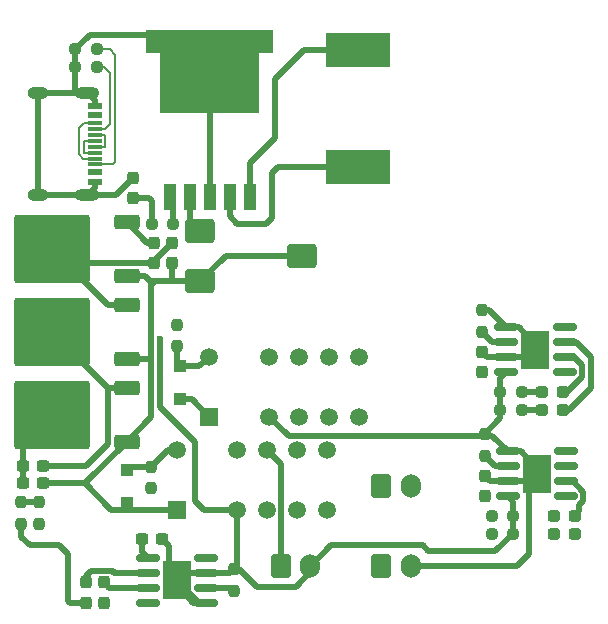
<source format=gbr>
%TF.GenerationSoftware,KiCad,Pcbnew,9.0.2*%
%TF.CreationDate,2025-10-13T00:09:24+02:00*%
%TF.ProjectId,STM32 RC AUTO,53544d33-3220-4524-9320-4155544f2e6b,rev?*%
%TF.SameCoordinates,Original*%
%TF.FileFunction,Copper,L1,Top*%
%TF.FilePolarity,Positive*%
%FSLAX46Y46*%
G04 Gerber Fmt 4.6, Leading zero omitted, Abs format (unit mm)*
G04 Created by KiCad (PCBNEW 9.0.2) date 2025-10-13 00:09:24*
%MOMM*%
%LPD*%
G01*
G04 APERTURE LIST*
G04 Aperture macros list*
%AMRoundRect*
0 Rectangle with rounded corners*
0 $1 Rounding radius*
0 $2 $3 $4 $5 $6 $7 $8 $9 X,Y pos of 4 corners*
0 Add a 4 corners polygon primitive as box body*
4,1,4,$2,$3,$4,$5,$6,$7,$8,$9,$2,$3,0*
0 Add four circle primitives for the rounded corners*
1,1,$1+$1,$2,$3*
1,1,$1+$1,$4,$5*
1,1,$1+$1,$6,$7*
1,1,$1+$1,$8,$9*
0 Add four rect primitives between the rounded corners*
20,1,$1+$1,$2,$3,$4,$5,0*
20,1,$1+$1,$4,$5,$6,$7,0*
20,1,$1+$1,$6,$7,$8,$9,0*
20,1,$1+$1,$8,$9,$2,$3,0*%
%AMFreePoly0*
4,1,21,3.228536,4.503536,3.230000,4.500000,3.230000,-6.300000,3.228536,-6.303536,3.225000,-6.305000,1.315000,-6.305000,1.311464,-6.303536,1.310000,-6.300000,1.310000,-5.070000,-3.765000,-5.070000,-3.768536,-5.068536,-3.770000,-5.065000,-3.770000,3.265000,-3.768536,3.268536,-3.765000,3.270000,1.310000,3.270000,1.310000,4.500000,1.311464,4.503536,1.315000,4.505000,3.225000,4.505000,
3.228536,4.503536,3.228536,4.503536,$1*%
G04 Aperture macros list end*
%TA.AperFunction,SMDPad,CuDef*%
%ADD10FreePoly0,90.000000*%
%TD*%
%TA.AperFunction,SMDPad,CuDef*%
%ADD11R,1.070000X2.160000*%
%TD*%
%TA.AperFunction,SMDPad,CuDef*%
%ADD12RoundRect,0.250000X-1.000000X-0.750000X1.000000X-0.750000X1.000000X0.750000X-1.000000X0.750000X0*%
%TD*%
%TA.AperFunction,SMDPad,CuDef*%
%ADD13RoundRect,0.237500X0.250000X0.237500X-0.250000X0.237500X-0.250000X-0.237500X0.250000X-0.237500X0*%
%TD*%
%TA.AperFunction,SMDPad,CuDef*%
%ADD14RoundRect,0.237500X-0.250000X-0.237500X0.250000X-0.237500X0.250000X0.237500X-0.250000X0.237500X0*%
%TD*%
%TA.AperFunction,ComponentPad*%
%ADD15RoundRect,0.250000X-0.600000X-0.750000X0.600000X-0.750000X0.600000X0.750000X-0.600000X0.750000X0*%
%TD*%
%TA.AperFunction,ComponentPad*%
%ADD16O,1.700000X2.000000*%
%TD*%
%TA.AperFunction,SMDPad,CuDef*%
%ADD17RoundRect,0.237500X-0.237500X0.287500X-0.237500X-0.287500X0.237500X-0.287500X0.237500X0.287500X0*%
%TD*%
%TA.AperFunction,SMDPad,CuDef*%
%ADD18RoundRect,0.237500X-0.237500X0.250000X-0.237500X-0.250000X0.237500X-0.250000X0.237500X0.250000X0*%
%TD*%
%TA.AperFunction,SMDPad,CuDef*%
%ADD19RoundRect,0.237500X0.237500X-0.250000X0.237500X0.250000X-0.237500X0.250000X-0.237500X-0.250000X0*%
%TD*%
%TA.AperFunction,SMDPad,CuDef*%
%ADD20RoundRect,0.250000X0.300000X-0.300000X0.300000X0.300000X-0.300000X0.300000X-0.300000X-0.300000X0*%
%TD*%
%TA.AperFunction,SMDPad,CuDef*%
%ADD21RoundRect,0.237500X0.287500X0.237500X-0.287500X0.237500X-0.287500X-0.237500X0.287500X-0.237500X0*%
%TD*%
%TA.AperFunction,SMDPad,CuDef*%
%ADD22RoundRect,0.237500X-0.237500X0.300000X-0.237500X-0.300000X0.237500X-0.300000X0.237500X0.300000X0*%
%TD*%
%TA.AperFunction,SMDPad,CuDef*%
%ADD23RoundRect,0.237500X0.300000X0.237500X-0.300000X0.237500X-0.300000X-0.237500X0.300000X-0.237500X0*%
%TD*%
%TA.AperFunction,HeatsinkPad*%
%ADD24C,0.500000*%
%TD*%
%TA.AperFunction,HeatsinkPad*%
%ADD25R,2.410000X3.300000*%
%TD*%
%TA.AperFunction,SMDPad,CuDef*%
%ADD26RoundRect,0.150000X-0.825000X-0.150000X0.825000X-0.150000X0.825000X0.150000X-0.825000X0.150000X0*%
%TD*%
%TA.AperFunction,SMDPad,CuDef*%
%ADD27RoundRect,0.150000X0.825000X0.150000X-0.825000X0.150000X-0.825000X-0.150000X0.825000X-0.150000X0*%
%TD*%
%TA.AperFunction,SMDPad,CuDef*%
%ADD28RoundRect,0.237500X-0.300000X-0.237500X0.300000X-0.237500X0.300000X0.237500X-0.300000X0.237500X0*%
%TD*%
%TA.AperFunction,ComponentPad*%
%ADD29R,1.508000X1.508000*%
%TD*%
%TA.AperFunction,ComponentPad*%
%ADD30C,1.508000*%
%TD*%
%TA.AperFunction,SMDPad,CuDef*%
%ADD31R,5.400000X2.900000*%
%TD*%
%TA.AperFunction,SMDPad,CuDef*%
%ADD32RoundRect,0.250000X0.850000X0.350000X-0.850000X0.350000X-0.850000X-0.350000X0.850000X-0.350000X0*%
%TD*%
%TA.AperFunction,SMDPad,CuDef*%
%ADD33RoundRect,0.249997X2.950003X2.650003X-2.950003X2.650003X-2.950003X-2.650003X2.950003X-2.650003X0*%
%TD*%
%TA.AperFunction,SMDPad,CuDef*%
%ADD34R,1.240000X0.600000*%
%TD*%
%TA.AperFunction,SMDPad,CuDef*%
%ADD35R,1.240000X0.300000*%
%TD*%
%TA.AperFunction,HeatsinkPad*%
%ADD36O,2.100000X1.000000*%
%TD*%
%TA.AperFunction,HeatsinkPad*%
%ADD37O,1.800000X1.000000*%
%TD*%
%TA.AperFunction,ViaPad*%
%ADD38C,0.600000*%
%TD*%
%TA.AperFunction,Conductor*%
%ADD39C,0.500000*%
%TD*%
%TA.AperFunction,Conductor*%
%ADD40C,0.200000*%
%TD*%
G04 APERTURE END LIST*
D10*
%TO.P,VR1,6,GROUND*%
%TO.N,GND*%
X67600000Y-98600000D03*
D11*
%TO.P,VR1,5,VIN*%
%TO.N,Net-(VR1-VIN)*%
X71900000Y-109545000D03*
%TO.P,VR1,4,SWITCH*%
%TO.N,Net-(D7-A)*%
X70200000Y-109545000D03*
%TO.P,VR1,3,GROUND*%
%TO.N,GND*%
X68500000Y-109545000D03*
%TO.P,VR1,2,FEEDBACK*%
%TO.N,Net-(VR1-FEEDBACK)*%
X66800000Y-109545000D03*
%TO.P,VR1,1,COMP*%
%TO.N,Net-(VR1-COMP)*%
X65100000Y-109545000D03*
%TD*%
D12*
%TO.P,RV2,3,3*%
%TO.N,Net-(VR1-FEEDBACK)*%
X67675000Y-112350000D03*
%TO.P,RV2,2,2*%
%TO.N,VCC*%
X76325000Y-114500000D03*
%TO.P,RV2,1,1*%
X67675000Y-116650000D03*
%TD*%
D13*
%TO.P,R1,2*%
%TO.N,Net-(C1-Pad2)*%
X63587500Y-111750000D03*
%TO.P,R1,1*%
%TO.N,Net-(VR1-COMP)*%
X65412500Y-111750000D03*
%TD*%
D14*
%TO.P,R10,2*%
%TO.N,Net-(D5-A)*%
X94912500Y-126000000D03*
%TO.P,R10,1*%
%TO.N,Net-(J3-Pin_2)*%
X93087500Y-126000000D03*
%TD*%
D15*
%TO.P,J4,1,Pin_1*%
%TO.N,Net-(J4-Pin_1)*%
X83000000Y-133975000D03*
D16*
%TO.P,J4,2,Pin_2*%
%TO.N,GND*%
X85500000Y-133975000D03*
%TD*%
D15*
%TO.P,J3,1,Pin_1*%
%TO.N,Net-(J3-Pin_1)*%
X83000000Y-140725000D03*
D16*
%TO.P,J3,2,Pin_2*%
%TO.N,Net-(J3-Pin_2)*%
X85500000Y-140725000D03*
%TD*%
D15*
%TO.P,J2,1,Pin_1*%
%TO.N,Net-(J2-Pin_1)*%
X74500000Y-140725000D03*
D16*
%TO.P,J2,2,Pin_2*%
%TO.N,Net-(J2-Pin_2)*%
X77000000Y-140725000D03*
%TD*%
D17*
%TO.P,D1,1,K*%
%TO.N,Net-(D1-K)*%
X59500000Y-142125000D03*
%TO.P,D1,2,A*%
%TO.N,Net-(D1-A)*%
X59500000Y-143875000D03*
%TD*%
D18*
%TO.P,R15,1*%
%TO.N,Net-(D8-A)*%
X63500000Y-132337500D03*
%TO.P,R15,2*%
%TO.N,GND*%
X63500000Y-134162500D03*
%TD*%
D19*
%TO.P,R14,1*%
%TO.N,Net-(D9-A)*%
X65750000Y-122162500D03*
%TO.P,R14,2*%
%TO.N,GND*%
X65750000Y-120337500D03*
%TD*%
%TO.P,R12,1*%
%TO.N,Net-(U8-PROG)*%
X91500000Y-120912500D03*
%TO.P,R12,2*%
%TO.N,GND*%
X91500000Y-119087500D03*
%TD*%
D14*
%TO.P,R11,1*%
%TO.N,Net-(J3-Pin_2)*%
X93087500Y-127500000D03*
%TO.P,R11,2*%
%TO.N,Net-(D6-A)*%
X94912500Y-127500000D03*
%TD*%
D19*
%TO.P,R9,1*%
%TO.N,Net-(U6-PROG)*%
X91750000Y-131412500D03*
%TO.P,R9,2*%
%TO.N,Net-(J3-Pin_2)*%
X91750000Y-129587500D03*
%TD*%
D13*
%TO.P,R8,1*%
%TO.N,Net-(J2-Pin_2)*%
X94162500Y-138000000D03*
%TO.P,R8,2*%
%TO.N,Net-(D4-A)*%
X92337500Y-138000000D03*
%TD*%
%TO.P,R7,1*%
%TO.N,Net-(J2-Pin_2)*%
X94162500Y-136500000D03*
%TO.P,R7,2*%
%TO.N,Net-(D3-A)*%
X92337500Y-136500000D03*
%TD*%
D18*
%TO.P,R6,1*%
%TO.N,Net-(U1-OUT)*%
X54000000Y-135337500D03*
%TO.P,R6,2*%
%TO.N,Net-(D1-A)*%
X54000000Y-137162500D03*
%TD*%
%TO.P,R5,1*%
%TO.N,Net-(U1-OUT)*%
X52500000Y-135337500D03*
%TO.P,R5,2*%
%TO.N,Net-(D2-A)*%
X52500000Y-137162500D03*
%TD*%
D19*
%TO.P,R4,1*%
%TO.N,Net-(U3-PROG)*%
X70500000Y-142825000D03*
%TO.P,R4,2*%
%TO.N,Net-(J2-Pin_2)*%
X70500000Y-141000000D03*
%TD*%
D20*
%TO.P,D9,1,K*%
%TO.N,VCC*%
X66000000Y-126650000D03*
%TO.P,D9,2,A*%
%TO.N,Net-(D9-A)*%
X66000000Y-123850000D03*
%TD*%
%TO.P,D8,1,K*%
%TO.N,VCC*%
X61500000Y-135400000D03*
%TO.P,D8,2,A*%
%TO.N,Net-(D8-A)*%
X61500000Y-132600000D03*
%TD*%
D21*
%TO.P,D6,1,K*%
%TO.N,Net-(D6-K)*%
X98375000Y-127500000D03*
%TO.P,D6,2,A*%
%TO.N,Net-(D6-A)*%
X96625000Y-127500000D03*
%TD*%
%TO.P,D5,1,K*%
%TO.N,Net-(D5-K)*%
X98375000Y-126000000D03*
%TO.P,D5,2,A*%
%TO.N,Net-(D5-A)*%
X96625000Y-126000000D03*
%TD*%
%TO.P,D4,1,K*%
%TO.N,Net-(D4-K)*%
X99375000Y-138000000D03*
%TO.P,D4,2,A*%
%TO.N,Net-(D4-A)*%
X97625000Y-138000000D03*
%TD*%
%TO.P,D3,1,K*%
%TO.N,Net-(D3-K)*%
X99375000Y-136500000D03*
%TO.P,D3,2,A*%
%TO.N,Net-(D3-A)*%
X97625000Y-136500000D03*
%TD*%
D17*
%TO.P,D2,1,K*%
%TO.N,Net-(D2-K)*%
X58000000Y-142125000D03*
%TO.P,D2,2,A*%
%TO.N,Net-(D2-A)*%
X58000000Y-143875000D03*
%TD*%
D22*
%TO.P,C4,1*%
%TO.N,GND*%
X91500000Y-122637500D03*
%TO.P,C4,2*%
%TO.N,Net-(J4-Pin_1)*%
X91500000Y-124362500D03*
%TD*%
%TO.P,C3,1*%
%TO.N,Net-(J3-Pin_2)*%
X91750000Y-133137500D03*
%TO.P,C3,2*%
%TO.N,Net-(J3-Pin_1)*%
X91750000Y-134862500D03*
%TD*%
D23*
%TO.P,C2,1*%
%TO.N,Net-(J2-Pin_2)*%
X64475000Y-138500000D03*
%TO.P,C2,2*%
%TO.N,Net-(J2-Pin_1)*%
X62750000Y-138500000D03*
%TD*%
D24*
%TO.P,U6,9,EPAD*%
%TO.N,Net-(J3-Pin_2)*%
X96900000Y-134150000D03*
X96900000Y-132950000D03*
X96900000Y-131750000D03*
D25*
X96200000Y-132950000D03*
D24*
X95500000Y-134150000D03*
X95500000Y-132950000D03*
X95500000Y-131750000D03*
D26*
%TO.P,U6,8,CE*%
%TO.N,Net-(J2-Pin_2)*%
X98675000Y-131045000D03*
%TO.P,U6,7,~{CHRG}*%
%TO.N,Net-(D4-K)*%
X98675000Y-132315000D03*
%TO.P,U6,6,~{STDBY}*%
%TO.N,Net-(D3-K)*%
X98675000Y-133585000D03*
%TO.P,U6,5,BAT*%
%TO.N,Net-(J3-Pin_1)*%
X98675000Y-134855000D03*
%TO.P,U6,4,V_{CC}*%
%TO.N,Net-(J2-Pin_2)*%
X93725000Y-134855000D03*
%TO.P,U6,3,GND*%
%TO.N,Net-(J3-Pin_2)*%
X93725000Y-133585000D03*
%TO.P,U6,2,PROG*%
%TO.N,Net-(U6-PROG)*%
X93725000Y-132315000D03*
%TO.P,U6,1,TEMP*%
%TO.N,Net-(J3-Pin_2)*%
X93725000Y-131045000D03*
%TD*%
D24*
%TO.P,U3,9,EPAD*%
%TO.N,Net-(J2-Pin_2)*%
X65000000Y-140750000D03*
X65000000Y-141950000D03*
X65000000Y-143150000D03*
D25*
X65700000Y-141950000D03*
D24*
X66400000Y-140750000D03*
X66400000Y-141950000D03*
X66400000Y-143150000D03*
D27*
%TO.P,U3,8,CE*%
%TO.N,Net-(U1-OUT)*%
X63225000Y-143855000D03*
%TO.P,U3,7,~{CHRG}*%
%TO.N,Net-(D1-K)*%
X63225000Y-142585000D03*
%TO.P,U3,6,~{STDBY}*%
%TO.N,Net-(D2-K)*%
X63225000Y-141315000D03*
%TO.P,U3,5,BAT*%
%TO.N,Net-(J2-Pin_1)*%
X63225000Y-140045000D03*
%TO.P,U3,4,V_{CC}*%
%TO.N,Net-(U1-OUT)*%
X68175000Y-140045000D03*
%TO.P,U3,3,GND*%
%TO.N,Net-(J2-Pin_2)*%
X68175000Y-141315000D03*
%TO.P,U3,2,PROG*%
%TO.N,Net-(U3-PROG)*%
X68175000Y-142585000D03*
%TO.P,U3,1,TEMP*%
%TO.N,Net-(J2-Pin_2)*%
X68175000Y-143855000D03*
%TD*%
D24*
%TO.P,U8,9,EPAD*%
%TO.N,GND*%
X96750000Y-123650000D03*
X96750000Y-122450000D03*
X96750000Y-121250000D03*
D25*
X96050000Y-122450000D03*
D24*
X95350000Y-123650000D03*
X95350000Y-122450000D03*
X95350000Y-121250000D03*
D26*
%TO.P,U8,8,CE*%
%TO.N,Net-(J3-Pin_2)*%
X98525000Y-120545000D03*
%TO.P,U8,7,~{CHRG}*%
%TO.N,Net-(D6-K)*%
X98525000Y-121815000D03*
%TO.P,U8,6,~{STDBY}*%
%TO.N,Net-(D5-K)*%
X98525000Y-123085000D03*
%TO.P,U8,5,BAT*%
%TO.N,Net-(J4-Pin_1)*%
X98525000Y-124355000D03*
%TO.P,U8,4,V_{CC}*%
%TO.N,Net-(J3-Pin_2)*%
X93575000Y-124355000D03*
%TO.P,U8,3,GND*%
%TO.N,GND*%
X93575000Y-123085000D03*
%TO.P,U8,2,PROG*%
%TO.N,Net-(U8-PROG)*%
X93575000Y-121815000D03*
%TO.P,U8,1,TEMP*%
%TO.N,GND*%
X93575000Y-120545000D03*
%TD*%
D22*
%TO.P,C9,1*%
%TO.N,Net-(J2-Pin_2)*%
X65250000Y-113387500D03*
%TO.P,C9,2*%
%TO.N,VCC*%
X65250000Y-115112500D03*
%TD*%
%TO.P,C8,1*%
%TO.N,Net-(U1-OUT)*%
X63750000Y-113387500D03*
%TO.P,C8,2*%
%TO.N,Net-(J2-Pin_2)*%
X63750000Y-115112500D03*
%TD*%
D23*
%TO.P,C6,1*%
%TO.N,Net-(J3-Pin_2)*%
X54362500Y-132250000D03*
%TO.P,C6,2*%
%TO.N,GND*%
X52637500Y-132250000D03*
%TD*%
D28*
%TO.P,C5,1*%
%TO.N,GND*%
X52637500Y-133750000D03*
%TO.P,C5,2*%
%TO.N,VCC*%
X54362500Y-133750000D03*
%TD*%
D29*
%TO.P,K2,1*%
%TO.N,VCC*%
X68450000Y-128090000D03*
D30*
%TO.P,K2,12*%
%TO.N,Net-(D9-A)*%
X68450000Y-123010000D03*
%TO.P,K2,10*%
%TO.N,unconnected-(K2-Pad10)*%
X73530000Y-123010000D03*
%TO.P,K2,3*%
%TO.N,Net-(J3-Pin_2)*%
X73530000Y-128090000D03*
%TO.P,K2,9*%
%TO.N,unconnected-(K2-Pad9)*%
X76070000Y-123010000D03*
%TO.P,K2,8*%
%TO.N,unconnected-(K2-Pad8)*%
X78610000Y-123010000D03*
%TO.P,K2,7*%
%TO.N,N/C*%
X81150000Y-123010000D03*
%TO.P,K2,4*%
%TO.N,Net-(J4-Pin_1)*%
X76070000Y-128090000D03*
%TO.P,K2,5*%
%TO.N,unconnected-(K2-Pad5)*%
X78610000Y-128090000D03*
%TO.P,K2,6*%
%TO.N,N/C*%
X81150000Y-128090000D03*
%TD*%
D29*
%TO.P,K1,1*%
%TO.N,VCC*%
X65670000Y-136000000D03*
D30*
%TO.P,K1,12*%
%TO.N,Net-(D8-A)*%
X65670000Y-130920000D03*
%TO.P,K1,10*%
%TO.N,VDD*%
X70750000Y-130920000D03*
%TO.P,K1,3*%
%TO.N,Net-(J2-Pin_2)*%
X70750000Y-136000000D03*
%TO.P,K1,9*%
%TO.N,Net-(J2-Pin_1)*%
X73290000Y-130920000D03*
%TO.P,K1,8*%
%TO.N,unconnected-(K1-Pad8)*%
X75830000Y-130920000D03*
%TO.P,K1,7*%
%TO.N,N/C*%
X78370000Y-130920000D03*
%TO.P,K1,4*%
%TO.N,Net-(J3-Pin_1)*%
X73290000Y-136000000D03*
%TO.P,K1,5*%
%TO.N,unconnected-(K1-Pad5)*%
X75830000Y-136000000D03*
%TO.P,K1,6*%
%TO.N,N/C*%
X78370000Y-136000000D03*
%TD*%
D31*
%TO.P,L1,1,1*%
%TO.N,Net-(VR1-VIN)*%
X81000000Y-97050000D03*
%TO.P,L1,2,2*%
%TO.N,Net-(D7-A)*%
X81000000Y-106950000D03*
%TD*%
D13*
%TO.P,R13,1*%
%TO.N,Net-(J1-CC1)*%
X58912500Y-98500000D03*
%TO.P,R13,2*%
%TO.N,GND*%
X57087500Y-98500000D03*
%TD*%
%TO.P,R2,1*%
%TO.N,Net-(J1-CC2)*%
X58912500Y-97000000D03*
%TO.P,R2,2*%
%TO.N,GND*%
X57087500Y-97000000D03*
%TD*%
D32*
%TO.P,U4,1,IN*%
%TO.N,VCC*%
X61450000Y-123207500D03*
D33*
%TO.P,U4,2,GND*%
%TO.N,Net-(J3-Pin_2)*%
X55150000Y-120927500D03*
D32*
%TO.P,U4,3,OUT*%
%TO.N,Net-(J2-Pin_2)*%
X61450000Y-118647500D03*
%TD*%
D22*
%TO.P,C1,1*%
%TO.N,GND*%
X62000000Y-107887500D03*
%TO.P,C1,2*%
%TO.N,Net-(C1-Pad2)*%
X62000000Y-109612500D03*
%TD*%
D32*
%TO.P,U5,1,IN*%
%TO.N,VCC*%
X61450000Y-130207500D03*
D33*
%TO.P,U5,2,GND*%
%TO.N,GND*%
X55150000Y-127927500D03*
D32*
%TO.P,U5,3,OUT*%
%TO.N,Net-(J3-Pin_2)*%
X61450000Y-125647500D03*
%TD*%
D34*
%TO.P,J1,A1,GND*%
%TO.N,GND*%
X58725000Y-101800000D03*
%TO.P,J1,A4,VBUS*%
%TO.N,Net-(VR1-VIN)*%
X58725000Y-102600000D03*
D35*
%TO.P,J1,A5,CC1*%
%TO.N,Net-(J1-CC1)*%
X58725000Y-103750000D03*
%TO.P,J1,A6,D+*%
%TO.N,Net-(J1-D+-PadA6)*%
X58725000Y-104750000D03*
%TO.P,J1,A7,D-*%
%TO.N,Net-(J1-D--PadA7)*%
X58725000Y-105250000D03*
%TO.P,J1,A8*%
%TO.N,N/C*%
X58725000Y-106250000D03*
D34*
%TO.P,J1,A9,VBUS*%
%TO.N,Net-(VR1-VIN)*%
X58725000Y-107400000D03*
%TO.P,J1,A12,GND*%
%TO.N,GND*%
X58725000Y-108200000D03*
%TO.P,J1,B1,GND*%
X58725000Y-108200000D03*
%TO.P,J1,B4,VBUS*%
%TO.N,Net-(VR1-VIN)*%
X58725000Y-107400000D03*
D35*
%TO.P,J1,B5,CC2*%
%TO.N,Net-(J1-CC2)*%
X58725000Y-106750000D03*
%TO.P,J1,B6,D+*%
%TO.N,Net-(J1-D+-PadA6)*%
X58725000Y-105750000D03*
%TO.P,J1,B7,D-*%
%TO.N,Net-(J1-D--PadA7)*%
X58725000Y-104250000D03*
%TO.P,J1,B8*%
%TO.N,N/C*%
X58725000Y-103250000D03*
D34*
%TO.P,J1,B9,VBUS*%
%TO.N,Net-(VR1-VIN)*%
X58725000Y-102600000D03*
%TO.P,J1,B12,GND*%
%TO.N,GND*%
X58725000Y-101800000D03*
D36*
%TO.P,J1,S1,SHIELD*%
X58125000Y-100680000D03*
D37*
X53925000Y-100680000D03*
D36*
X58125000Y-109320000D03*
D37*
X53925000Y-109320000D03*
%TD*%
D32*
%TO.P,U1,1,IN*%
%TO.N,VCC*%
X61450000Y-116207500D03*
D33*
%TO.P,U1,2,GND*%
%TO.N,Net-(J2-Pin_2)*%
X55150000Y-113927500D03*
D32*
%TO.P,U1,3,OUT*%
%TO.N,Net-(U1-OUT)*%
X61450000Y-111647500D03*
%TD*%
D38*
%TO.N,Net-(J3-Pin_2)*%
X88250000Y-129715000D03*
X98500000Y-120500000D03*
%TO.N,Net-(J2-Pin_1)*%
X62750000Y-138500000D03*
%TO.N,Net-(U1-OUT)*%
X68175000Y-140045000D03*
X63225000Y-143855000D03*
%TO.N,Net-(VR1-VIN)*%
X71900000Y-109545000D03*
%TO.N,Net-(J4-Pin_1)*%
X98525000Y-124355000D03*
X91500000Y-124250000D03*
%TO.N,Net-(J3-Pin_1)*%
X98500000Y-134855000D03*
X91750000Y-135000000D03*
%TO.N,Net-(J2-Pin_2)*%
X93725000Y-134855000D03*
X98750000Y-131000000D03*
%TO.N,Net-(D4-K)*%
X98675000Y-132315000D03*
X99250000Y-138000000D03*
%TO.N,Net-(D3-A)*%
X92250000Y-136500000D03*
X97625000Y-136500000D03*
%TO.N,Net-(D4-A)*%
X97500000Y-138000000D03*
X92337500Y-138000000D03*
%TO.N,GND*%
X65750000Y-120250000D03*
%TO.N,Net-(U1-OUT)*%
X54000000Y-135337500D03*
%TO.N,Net-(J2-Pin_2)*%
X64250000Y-121500000D03*
%TO.N,GND*%
X63500000Y-134250000D03*
%TO.N,Net-(D1-A)*%
X59500000Y-143875000D03*
X54000000Y-137250000D03*
%TO.N,Net-(U1-OUT)*%
X61450000Y-111647500D03*
%TO.N,VCC*%
X61450000Y-130207500D03*
%TO.N,Net-(J2-Pin_2)*%
X61450000Y-118647500D03*
%TO.N,Net-(J3-Pin_2)*%
X61450000Y-125647500D03*
%TO.N,GND*%
X55250000Y-128000000D03*
%TO.N,Net-(VR1-FEEDBACK)*%
X66800000Y-110000000D03*
%TO.N,GND*%
X68412500Y-110000000D03*
%TO.N,VCC*%
X72940915Y-114500000D03*
%TO.N,Net-(D7-A)*%
X70100000Y-109500000D03*
%TO.N,Net-(VR1-VIN)*%
X58725000Y-107400000D03*
X58725000Y-102600000D03*
%TD*%
D39*
%TO.N,Net-(J3-Pin_2)*%
X75155000Y-129715000D02*
X88250000Y-129715000D01*
X98525000Y-120525000D02*
X98500000Y-120500000D01*
X98525000Y-120545000D02*
X98525000Y-120525000D01*
%TO.N,Net-(J2-Pin_2)*%
X86500000Y-139000000D02*
X87000000Y-139500000D01*
X87000000Y-139500000D02*
X92662500Y-139500000D01*
X78750000Y-139000000D02*
X86500000Y-139000000D01*
X92662500Y-139500000D02*
X94162500Y-138000000D01*
X77025000Y-140725000D02*
X78750000Y-139000000D01*
X77000000Y-140725000D02*
X77025000Y-140725000D01*
X67605000Y-143855000D02*
X65700000Y-141950000D01*
X68175000Y-143855000D02*
X67605000Y-143855000D01*
X67105000Y-143855000D02*
X66400000Y-143150000D01*
X68175000Y-143855000D02*
X67105000Y-143855000D01*
%TO.N,Net-(J3-Pin_2)*%
X93087500Y-128250000D02*
X91750000Y-129587500D01*
X93087500Y-127500000D02*
X93087500Y-128250000D01*
X93087500Y-124842500D02*
X93575000Y-124355000D01*
X93087500Y-126000000D02*
X93087500Y-124842500D01*
X93087500Y-126000000D02*
X93087500Y-127500000D01*
%TO.N,Net-(D5-A)*%
X96625000Y-126000000D02*
X94912500Y-126000000D01*
%TO.N,Net-(D6-A)*%
X96625000Y-127500000D02*
X94912500Y-127500000D01*
%TO.N,Net-(D6-K)*%
X99499999Y-121815000D02*
X98525000Y-121815000D01*
X100750000Y-123065001D02*
X99499999Y-121815000D01*
X100750000Y-125650000D02*
X100750000Y-123065001D01*
X98900000Y-127500000D02*
X100750000Y-125650000D01*
X98375000Y-127500000D02*
X98900000Y-127500000D01*
%TO.N,Net-(D5-K)*%
X100000000Y-124750000D02*
X98750000Y-126000000D01*
X98750000Y-126000000D02*
X98375000Y-126000000D01*
X100000000Y-123750000D02*
X100000000Y-124750000D01*
X99335000Y-123085000D02*
X100000000Y-123750000D01*
X98525000Y-123085000D02*
X99335000Y-123085000D01*
%TO.N,Net-(U8-PROG)*%
X92402500Y-121815000D02*
X91500000Y-120912500D01*
X93575000Y-121815000D02*
X92402500Y-121815000D01*
%TO.N,GND*%
X92117500Y-119087500D02*
X93575000Y-120545000D01*
X91500000Y-119087500D02*
X92117500Y-119087500D01*
%TO.N,Net-(J4-Pin_1)*%
X91500000Y-124362500D02*
X91500000Y-124250000D01*
%TO.N,GND*%
X93575000Y-123085000D02*
X95415000Y-123085000D01*
X95415000Y-123085000D02*
X96050000Y-122450000D01*
X94645000Y-120545000D02*
X95350000Y-121250000D01*
X93575000Y-120545000D02*
X94645000Y-120545000D01*
X91947500Y-123085000D02*
X91500000Y-122637500D01*
X93575000Y-123085000D02*
X91947500Y-123085000D01*
%TO.N,Net-(J3-Pin_1)*%
X91750000Y-134862500D02*
X91750000Y-135000000D01*
%TO.N,Net-(J3-Pin_2)*%
X92197500Y-133585000D02*
X91750000Y-133137500D01*
X93725000Y-133585000D02*
X92197500Y-133585000D01*
%TO.N,Net-(U6-PROG)*%
X92652500Y-132315000D02*
X93725000Y-132315000D01*
X91750000Y-131412500D02*
X92652500Y-132315000D01*
%TO.N,Net-(J3-Pin_2)*%
X91750000Y-129715000D02*
X92395000Y-129715000D01*
%TO.N,Net-(J2-Pin_2)*%
X98705000Y-131045000D02*
X98750000Y-131000000D01*
X98675000Y-131045000D02*
X98705000Y-131045000D01*
%TO.N,Net-(D4-K)*%
X99375000Y-138000000D02*
X99250000Y-138000000D01*
%TO.N,Net-(D3-K)*%
X100101000Y-135258100D02*
X100101000Y-134451900D01*
X99753100Y-135606000D02*
X100101000Y-135258100D01*
X100101000Y-134451900D02*
X99234100Y-133585000D01*
X99750000Y-135606000D02*
X99753100Y-135606000D01*
X99750000Y-136125000D02*
X99750000Y-135606000D01*
X99234100Y-133585000D02*
X98675000Y-133585000D01*
X99375000Y-136500000D02*
X99750000Y-136125000D01*
%TO.N,Net-(D3-A)*%
X92337500Y-136500000D02*
X92250000Y-136500000D01*
%TO.N,Net-(D4-A)*%
X97625000Y-138000000D02*
X97500000Y-138000000D01*
%TO.N,Net-(J2-Pin_2)*%
X94162500Y-135292500D02*
X93725000Y-134855000D01*
X94162500Y-136500000D02*
X94162500Y-135292500D01*
X94162500Y-136500000D02*
X94162500Y-138000000D01*
%TO.N,Net-(J3-Pin_2)*%
X92395000Y-129715000D02*
X93725000Y-131045000D01*
X73530000Y-128090000D02*
X75155000Y-129715000D01*
X88250000Y-129715000D02*
X91750000Y-129715000D01*
X95500000Y-139750000D02*
X95500000Y-134150000D01*
X94525000Y-140725000D02*
X95500000Y-139750000D01*
X85500000Y-140725000D02*
X94525000Y-140725000D01*
X94795000Y-131045000D02*
X95500000Y-131750000D01*
X93725000Y-131045000D02*
X94795000Y-131045000D01*
X95565000Y-133585000D02*
X96200000Y-132950000D01*
X93725000Y-133585000D02*
X95565000Y-133585000D01*
%TO.N,GND*%
X65750000Y-120337500D02*
X65750000Y-120250000D01*
%TO.N,Net-(D9-A)*%
X65750000Y-123600000D02*
X66000000Y-123850000D01*
X65750000Y-122162500D02*
X65750000Y-123600000D01*
%TO.N,VCC*%
X67010000Y-126650000D02*
X68450000Y-128090000D01*
X66000000Y-126650000D02*
X67010000Y-126650000D01*
%TO.N,Net-(D9-A)*%
X67610000Y-123850000D02*
X68450000Y-123010000D01*
X66000000Y-123850000D02*
X67610000Y-123850000D01*
%TO.N,Net-(U1-OUT)*%
X54000000Y-135337500D02*
X52500000Y-135337500D01*
%TO.N,Net-(J2-Pin_2)*%
X67250000Y-135250000D02*
X68000000Y-136000000D01*
X68000000Y-136000000D02*
X70750000Y-136000000D01*
X67250000Y-130250000D02*
X67250000Y-135250000D01*
X64250000Y-127250000D02*
X67250000Y-130250000D01*
X64250000Y-121500000D02*
X64250000Y-127250000D01*
%TO.N,VCC*%
X61500000Y-136000000D02*
X61625000Y-135875000D01*
X61000000Y-136000000D02*
X61500000Y-136000000D01*
X61625000Y-135525000D02*
X61625000Y-135875000D01*
X61500000Y-135400000D02*
X61625000Y-135525000D01*
X62250000Y-136000000D02*
X61750000Y-136000000D01*
X61000000Y-136000000D02*
X60157500Y-136000000D01*
X61500000Y-135750000D02*
X61750000Y-136000000D01*
X61500000Y-135400000D02*
X61500000Y-135750000D01*
X61750000Y-136000000D02*
X61000000Y-136000000D01*
%TO.N,Net-(D8-A)*%
X61762500Y-132337500D02*
X61500000Y-132600000D01*
X63500000Y-132337500D02*
X61762500Y-132337500D01*
%TO.N,Net-(J2-Pin_2)*%
X77000000Y-141250000D02*
X77000000Y-140725000D01*
X72500000Y-142500000D02*
X75750000Y-142500000D01*
X71000000Y-141000000D02*
X72500000Y-142500000D01*
X75750000Y-142500000D02*
X77000000Y-141250000D01*
X70500000Y-141000000D02*
X71000000Y-141000000D01*
X66335000Y-141315000D02*
X65700000Y-141950000D01*
X68175000Y-141315000D02*
X66335000Y-141315000D01*
X70750000Y-136000000D02*
X70750000Y-140750000D01*
X70750000Y-140750000D02*
X70500000Y-141000000D01*
%TO.N,GND*%
X63500000Y-134162500D02*
X63500000Y-134250000D01*
%TO.N,VCC*%
X60157500Y-136000000D02*
X57907500Y-133750000D01*
X65670000Y-136000000D02*
X62250000Y-136000000D01*
%TO.N,Net-(D8-A)*%
X64917500Y-130920000D02*
X63500000Y-132337500D01*
X65670000Y-130920000D02*
X64917500Y-130920000D01*
%TO.N,VCC*%
X63453750Y-128203750D02*
X63500000Y-128157500D01*
%TO.N,Net-(J2-Pin_1)*%
X74500000Y-132130000D02*
X73290000Y-130920000D01*
X74500000Y-140725000D02*
X74500000Y-132130000D01*
%TO.N,Net-(J2-Pin_2)*%
X65000000Y-139025000D02*
X65000000Y-140750000D01*
X64475000Y-138500000D02*
X65000000Y-139025000D01*
%TO.N,Net-(J2-Pin_1)*%
X62750000Y-139570000D02*
X63225000Y-140045000D01*
X62750000Y-138500000D02*
X62750000Y-139570000D01*
%TO.N,Net-(J2-Pin_2)*%
X70185000Y-141315000D02*
X70500000Y-141000000D01*
X68175000Y-141315000D02*
X70185000Y-141315000D01*
%TO.N,Net-(U3-PROG)*%
X70260000Y-142585000D02*
X70500000Y-142825000D01*
X68175000Y-142585000D02*
X70260000Y-142585000D01*
%TO.N,Net-(D2-K)*%
X58451000Y-141149000D02*
X60250000Y-141149000D01*
X60250000Y-141149000D02*
X60416000Y-141315000D01*
X58000000Y-141600000D02*
X58451000Y-141149000D01*
X58000000Y-142125000D02*
X58000000Y-141600000D01*
X60416000Y-141315000D02*
X63225000Y-141315000D01*
%TO.N,Net-(D1-K)*%
X59960000Y-142585000D02*
X59500000Y-142125000D01*
X63225000Y-142585000D02*
X59960000Y-142585000D01*
%TO.N,Net-(D1-A)*%
X54000000Y-137162500D02*
X54000000Y-137250000D01*
%TO.N,Net-(D2-A)*%
X56625000Y-143875000D02*
X58000000Y-143875000D01*
X56500000Y-139750000D02*
X56500000Y-143750000D01*
X56500000Y-143750000D02*
X56625000Y-143875000D01*
X52500000Y-138250000D02*
X53250000Y-139000000D01*
X53250000Y-139000000D02*
X55750000Y-139000000D01*
X52500000Y-137162500D02*
X52500000Y-138250000D01*
X55750000Y-139000000D02*
X56500000Y-139750000D01*
%TO.N,VCC*%
X65250000Y-116650000D02*
X67675000Y-116650000D01*
X65250000Y-115112500D02*
X65250000Y-116650000D01*
%TO.N,Net-(J2-Pin_2)*%
X65250000Y-113405266D02*
X65250000Y-113387500D01*
X63750000Y-114905266D02*
X65250000Y-113405266D01*
X63750000Y-115112500D02*
X63750000Y-114905266D01*
%TO.N,Net-(U1-OUT)*%
X63190000Y-113387500D02*
X61450000Y-111647500D01*
X63750000Y-113387500D02*
X63190000Y-113387500D01*
%TO.N,Net-(J2-Pin_2)*%
X63750000Y-115112500D02*
X56335000Y-115112500D01*
X56335000Y-115112500D02*
X55150000Y-113927500D01*
%TO.N,Net-(J3-Pin_2)*%
X58000000Y-132250000D02*
X59870000Y-130380000D01*
X59870000Y-130380000D02*
X59870000Y-125647500D01*
X54362500Y-132250000D02*
X58000000Y-132250000D01*
%TO.N,VCC*%
X57907500Y-133750000D02*
X61450000Y-130207500D01*
X54362500Y-133750000D02*
X57907500Y-133750000D01*
%TO.N,GND*%
X52637500Y-132250000D02*
X52637500Y-130440000D01*
X52637500Y-130440000D02*
X55150000Y-127927500D01*
X52637500Y-133750000D02*
X52637500Y-130440000D01*
X55177500Y-127927500D02*
X55250000Y-128000000D01*
X55150000Y-127927500D02*
X55177500Y-127927500D01*
%TO.N,VCC*%
X63850000Y-116650000D02*
X63500000Y-117000000D01*
X64000000Y-116650000D02*
X63850000Y-116650000D01*
X63500000Y-117000000D02*
X63500000Y-116707500D01*
X64000000Y-116650000D02*
X65250000Y-116650000D01*
X63557500Y-116650000D02*
X64000000Y-116650000D01*
X63500000Y-116707500D02*
X63557500Y-116650000D01*
X63292500Y-123207500D02*
X61450000Y-123207500D01*
X63335000Y-123250000D02*
X63292500Y-123207500D01*
X63500000Y-123250000D02*
X63335000Y-123250000D01*
X63500000Y-123750000D02*
X63500000Y-123250000D01*
X63000000Y-116207500D02*
X61450000Y-116207500D01*
X63500000Y-116707500D02*
X63000000Y-116207500D01*
X63500000Y-123750000D02*
X63500000Y-117000000D01*
%TO.N,Net-(J2-Pin_2)*%
X59870000Y-118647500D02*
X55150000Y-113927500D01*
X61450000Y-118647500D02*
X59870000Y-118647500D01*
%TO.N,VCC*%
X63500000Y-128157500D02*
X63500000Y-123750000D01*
X61450000Y-130207500D02*
X63453750Y-128203750D01*
%TO.N,Net-(J3-Pin_2)*%
X59870000Y-125647500D02*
X61450000Y-125647500D01*
X55150000Y-120927500D02*
X59870000Y-125647500D01*
%TO.N,Net-(C1-Pad2)*%
X63362500Y-109612500D02*
X62000000Y-109612500D01*
X63587500Y-111750000D02*
X63587500Y-109837500D01*
X63587500Y-109837500D02*
X63362500Y-109612500D01*
%TO.N,GND*%
X60567500Y-109320000D02*
X62000000Y-107887500D01*
X58125000Y-109320000D02*
X60567500Y-109320000D01*
%TO.N,Net-(D7-A)*%
X73750000Y-111250000D02*
X73250000Y-111750000D01*
X73250000Y-111750000D02*
X70825000Y-111750000D01*
X73750000Y-107500000D02*
X73750000Y-111250000D01*
X70825000Y-111750000D02*
X70200000Y-111125000D01*
X74300000Y-106950000D02*
X73750000Y-107500000D01*
X70200000Y-111125000D02*
X70200000Y-109545000D01*
X81000000Y-106950000D02*
X74300000Y-106950000D01*
%TO.N,GND*%
X68412500Y-109632500D02*
X68500000Y-109545000D01*
X68412500Y-110000000D02*
X68412500Y-109632500D01*
%TO.N,Net-(VR1-FEEDBACK)*%
X66800000Y-110000000D02*
X66800000Y-109545000D01*
%TO.N,VCC*%
X72940915Y-114500000D02*
X69825000Y-114500000D01*
X69825000Y-114500000D02*
X67675000Y-116650000D01*
X76325000Y-114500000D02*
X72940915Y-114500000D01*
%TO.N,Net-(VR1-FEEDBACK)*%
X67675000Y-112350000D02*
X66800000Y-111475000D01*
X66800000Y-111475000D02*
X66800000Y-110000000D01*
%TO.N,GND*%
X68500000Y-99500000D02*
X67600000Y-98600000D01*
X68500000Y-109545000D02*
X68500000Y-99500000D01*
%TO.N,Net-(VR1-COMP)*%
X65412500Y-109857500D02*
X65100000Y-109545000D01*
X65412500Y-111750000D02*
X65412500Y-109857500D01*
%TO.N,Net-(VR1-VIN)*%
X71900000Y-106600000D02*
X71900000Y-109545000D01*
X74000000Y-104500000D02*
X71900000Y-106600000D01*
X74000000Y-99500000D02*
X74000000Y-104500000D01*
X76450000Y-97050000D02*
X74000000Y-99500000D01*
X81000000Y-97050000D02*
X76450000Y-97050000D01*
%TO.N,GND*%
X53925000Y-109320000D02*
X53925000Y-100680000D01*
X58125000Y-109320000D02*
X53925000Y-109320000D01*
X58725000Y-108720000D02*
X58125000Y-109320000D01*
X58725000Y-108200000D02*
X58725000Y-108720000D01*
D40*
%TO.N,*%
X57785900Y-106250000D02*
X58725000Y-106250000D01*
X57403000Y-103700000D02*
X57403000Y-105867100D01*
X57403000Y-105867100D02*
X57785900Y-106250000D01*
X57853000Y-103250000D02*
X57403000Y-103700000D01*
X58725000Y-103250000D02*
X57853000Y-103250000D01*
%TO.N,Net-(J1-D+-PadA6)*%
X57853000Y-105750000D02*
X58725000Y-105750000D01*
X57804000Y-104799000D02*
X57804000Y-105701000D01*
X57804000Y-105701000D02*
X57853000Y-105750000D01*
X57853000Y-104750000D02*
X57804000Y-104799000D01*
X58725000Y-104750000D02*
X57853000Y-104750000D01*
%TO.N,Net-(J1-D--PadA7)*%
X59597000Y-105250000D02*
X58725000Y-105250000D01*
X59646000Y-105201000D02*
X59597000Y-105250000D01*
X59646000Y-104299000D02*
X59646000Y-105201000D01*
X59597000Y-104250000D02*
X59646000Y-104299000D01*
X58725000Y-104250000D02*
X59597000Y-104250000D01*
%TO.N,Net-(J1-CC1)*%
X60000000Y-103347000D02*
X59597000Y-103750000D01*
X60000000Y-99000000D02*
X60000000Y-103347000D01*
X59500000Y-98500000D02*
X60000000Y-99000000D01*
X59597000Y-103750000D02*
X58725000Y-103750000D01*
X58912500Y-98500000D02*
X59500000Y-98500000D01*
%TO.N,Net-(J1-CC2)*%
X60000000Y-97000000D02*
X58912500Y-97000000D01*
X60500000Y-97500000D02*
X60000000Y-97000000D01*
X60500000Y-106500000D02*
X60500000Y-97500000D01*
X58725000Y-106750000D02*
X60250000Y-106750000D01*
X60250000Y-106750000D02*
X60500000Y-106500000D01*
D39*
%TO.N,GND*%
X58336500Y-95751000D02*
X64751000Y-95751000D01*
X64751000Y-95751000D02*
X67600000Y-98600000D01*
X57087500Y-97000000D02*
X58336500Y-95751000D01*
X57087500Y-100592500D02*
X57000000Y-100680000D01*
X57087500Y-98500000D02*
X57087500Y-100592500D01*
X57000000Y-100680000D02*
X53925000Y-100680000D01*
X57087500Y-98500000D02*
X57087500Y-97000000D01*
X58125000Y-100680000D02*
X57000000Y-100680000D01*
X58725000Y-101280000D02*
X58125000Y-100680000D01*
X58725000Y-101800000D02*
X58725000Y-101280000D01*
%TD*%
M02*

</source>
